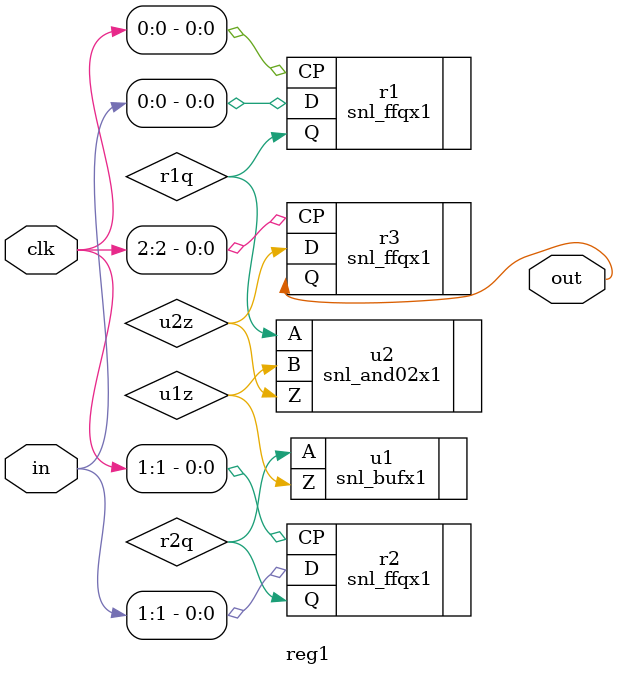
<source format=v>
module reg1 (out,
    clk,
    in);
 output out;
 input [2:0] clk;
 input [1:0] in;

 wire r1q;
 wire r2q;
 wire u1z;
 wire u2z;

 snl_ffqx1 r1 (.Q(r1q),
    .D(in[0]),
    .CP(clk[0]));
 snl_ffqx1 r2 (.Q(r2q),
    .D(in[1]),
    .CP(clk[1]));
 snl_ffqx1 r3 (.Q(out),
    .D(u2z),
    .CP(clk[2]));
 snl_bufx1 u1 (.Z(u1z),
    .A(r2q));
 snl_and02x1 u2 (.Z(u2z),
    .A(r1q),
    .B(u1z));
endmodule

</source>
